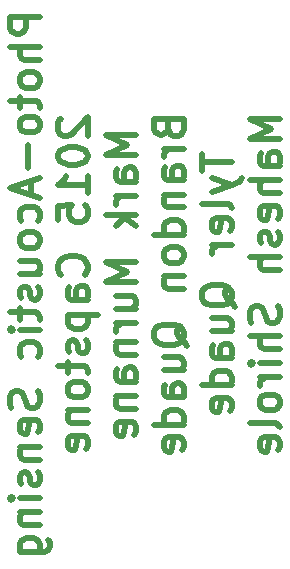
<source format=gbr>
G04 #@! TF.FileFunction,Legend,Bot*
%FSLAX46Y46*%
G04 Gerber Fmt 4.6, Leading zero omitted, Abs format (unit mm)*
G04 Created by KiCad (PCBNEW (after 2015-mar-04 BZR unknown)-product) date Mon 16 Nov 2015 02:55:06 AM EST*
%MOMM*%
G01*
G04 APERTURE LIST*
%ADD10C,0.100000*%
%ADD11C,0.508000*%
G04 APERTURE END LIST*
D10*
D11*
X86239048Y-109401429D02*
X83699048Y-109401429D01*
X83699048Y-110369048D01*
X83820000Y-110610953D01*
X83940952Y-110731905D01*
X84182857Y-110852857D01*
X84545714Y-110852857D01*
X84787619Y-110731905D01*
X84908571Y-110610953D01*
X85029524Y-110369048D01*
X85029524Y-109401429D01*
X86239048Y-111941429D02*
X83699048Y-111941429D01*
X86239048Y-113030000D02*
X84908571Y-113030000D01*
X84666667Y-112909048D01*
X84545714Y-112667143D01*
X84545714Y-112304286D01*
X84666667Y-112062381D01*
X84787619Y-111941429D01*
X86239048Y-114602381D02*
X86118095Y-114360476D01*
X85997143Y-114239524D01*
X85755238Y-114118572D01*
X85029524Y-114118572D01*
X84787619Y-114239524D01*
X84666667Y-114360476D01*
X84545714Y-114602381D01*
X84545714Y-114965238D01*
X84666667Y-115207143D01*
X84787619Y-115328095D01*
X85029524Y-115449048D01*
X85755238Y-115449048D01*
X85997143Y-115328095D01*
X86118095Y-115207143D01*
X86239048Y-114965238D01*
X86239048Y-114602381D01*
X84545714Y-116174762D02*
X84545714Y-117142381D01*
X83699048Y-116537619D02*
X85876190Y-116537619D01*
X86118095Y-116658571D01*
X86239048Y-116900476D01*
X86239048Y-117142381D01*
X86239048Y-118351905D02*
X86118095Y-118110000D01*
X85997143Y-117989048D01*
X85755238Y-117868096D01*
X85029524Y-117868096D01*
X84787619Y-117989048D01*
X84666667Y-118110000D01*
X84545714Y-118351905D01*
X84545714Y-118714762D01*
X84666667Y-118956667D01*
X84787619Y-119077619D01*
X85029524Y-119198572D01*
X85755238Y-119198572D01*
X85997143Y-119077619D01*
X86118095Y-118956667D01*
X86239048Y-118714762D01*
X86239048Y-118351905D01*
X85271429Y-120287143D02*
X85271429Y-122222381D01*
X85513333Y-123310953D02*
X85513333Y-124520476D01*
X86239048Y-123069048D02*
X83699048Y-123915714D01*
X86239048Y-124762381D01*
X86118095Y-126697619D02*
X86239048Y-126455715D01*
X86239048Y-125971905D01*
X86118095Y-125730000D01*
X85997143Y-125609048D01*
X85755238Y-125488096D01*
X85029524Y-125488096D01*
X84787619Y-125609048D01*
X84666667Y-125730000D01*
X84545714Y-125971905D01*
X84545714Y-126455715D01*
X84666667Y-126697619D01*
X86239048Y-128149048D02*
X86118095Y-127907143D01*
X85997143Y-127786191D01*
X85755238Y-127665239D01*
X85029524Y-127665239D01*
X84787619Y-127786191D01*
X84666667Y-127907143D01*
X84545714Y-128149048D01*
X84545714Y-128511905D01*
X84666667Y-128753810D01*
X84787619Y-128874762D01*
X85029524Y-128995715D01*
X85755238Y-128995715D01*
X85997143Y-128874762D01*
X86118095Y-128753810D01*
X86239048Y-128511905D01*
X86239048Y-128149048D01*
X84545714Y-131172857D02*
X86239048Y-131172857D01*
X84545714Y-130084286D02*
X85876190Y-130084286D01*
X86118095Y-130205238D01*
X86239048Y-130447143D01*
X86239048Y-130810000D01*
X86118095Y-131051905D01*
X85997143Y-131172857D01*
X86118095Y-132261429D02*
X86239048Y-132503333D01*
X86239048Y-132987143D01*
X86118095Y-133229048D01*
X85876190Y-133350000D01*
X85755238Y-133350000D01*
X85513333Y-133229048D01*
X85392381Y-132987143D01*
X85392381Y-132624286D01*
X85271429Y-132382381D01*
X85029524Y-132261429D01*
X84908571Y-132261429D01*
X84666667Y-132382381D01*
X84545714Y-132624286D01*
X84545714Y-132987143D01*
X84666667Y-133229048D01*
X84545714Y-134075714D02*
X84545714Y-135043333D01*
X83699048Y-134438571D02*
X85876190Y-134438571D01*
X86118095Y-134559523D01*
X86239048Y-134801428D01*
X86239048Y-135043333D01*
X86239048Y-135890000D02*
X84545714Y-135890000D01*
X83699048Y-135890000D02*
X83820000Y-135769048D01*
X83940952Y-135890000D01*
X83820000Y-136010952D01*
X83699048Y-135890000D01*
X83940952Y-135890000D01*
X86118095Y-138188095D02*
X86239048Y-137946191D01*
X86239048Y-137462381D01*
X86118095Y-137220476D01*
X85997143Y-137099524D01*
X85755238Y-136978572D01*
X85029524Y-136978572D01*
X84787619Y-137099524D01*
X84666667Y-137220476D01*
X84545714Y-137462381D01*
X84545714Y-137946191D01*
X84666667Y-138188095D01*
X86118095Y-141090953D02*
X86239048Y-141453810D01*
X86239048Y-142058572D01*
X86118095Y-142300476D01*
X85997143Y-142421429D01*
X85755238Y-142542381D01*
X85513333Y-142542381D01*
X85271429Y-142421429D01*
X85150476Y-142300476D01*
X85029524Y-142058572D01*
X84908571Y-141574762D01*
X84787619Y-141332857D01*
X84666667Y-141211905D01*
X84424762Y-141090953D01*
X84182857Y-141090953D01*
X83940952Y-141211905D01*
X83820000Y-141332857D01*
X83699048Y-141574762D01*
X83699048Y-142179524D01*
X83820000Y-142542381D01*
X86118095Y-144598572D02*
X86239048Y-144356667D01*
X86239048Y-143872858D01*
X86118095Y-143630953D01*
X85876190Y-143510001D01*
X84908571Y-143510001D01*
X84666667Y-143630953D01*
X84545714Y-143872858D01*
X84545714Y-144356667D01*
X84666667Y-144598572D01*
X84908571Y-144719524D01*
X85150476Y-144719524D01*
X85392381Y-143510001D01*
X84545714Y-145808096D02*
X86239048Y-145808096D01*
X84787619Y-145808096D02*
X84666667Y-145929048D01*
X84545714Y-146170953D01*
X84545714Y-146533810D01*
X84666667Y-146775715D01*
X84908571Y-146896667D01*
X86239048Y-146896667D01*
X86118095Y-147985239D02*
X86239048Y-148227143D01*
X86239048Y-148710953D01*
X86118095Y-148952858D01*
X85876190Y-149073810D01*
X85755238Y-149073810D01*
X85513333Y-148952858D01*
X85392381Y-148710953D01*
X85392381Y-148348096D01*
X85271429Y-148106191D01*
X85029524Y-147985239D01*
X84908571Y-147985239D01*
X84666667Y-148106191D01*
X84545714Y-148348096D01*
X84545714Y-148710953D01*
X84666667Y-148952858D01*
X86239048Y-150162381D02*
X84545714Y-150162381D01*
X83699048Y-150162381D02*
X83820000Y-150041429D01*
X83940952Y-150162381D01*
X83820000Y-150283333D01*
X83699048Y-150162381D01*
X83940952Y-150162381D01*
X84545714Y-151371905D02*
X86239048Y-151371905D01*
X84787619Y-151371905D02*
X84666667Y-151492857D01*
X84545714Y-151734762D01*
X84545714Y-152097619D01*
X84666667Y-152339524D01*
X84908571Y-152460476D01*
X86239048Y-152460476D01*
X84545714Y-154758571D02*
X86601905Y-154758571D01*
X86843810Y-154637619D01*
X86964762Y-154516667D01*
X87085714Y-154274762D01*
X87085714Y-153911905D01*
X86964762Y-153670000D01*
X86118095Y-154758571D02*
X86239048Y-154516667D01*
X86239048Y-154032857D01*
X86118095Y-153790952D01*
X85997143Y-153670000D01*
X85755238Y-153549048D01*
X85029524Y-153549048D01*
X84787619Y-153670000D01*
X84666667Y-153790952D01*
X84545714Y-154032857D01*
X84545714Y-154516667D01*
X84666667Y-154758571D01*
X88004952Y-118049524D02*
X87884000Y-118170476D01*
X87763048Y-118412381D01*
X87763048Y-119017143D01*
X87884000Y-119259047D01*
X88004952Y-119380000D01*
X88246857Y-119500952D01*
X88488762Y-119500952D01*
X88851619Y-119380000D01*
X90303048Y-117928571D01*
X90303048Y-119500952D01*
X87763048Y-121073333D02*
X87763048Y-121315238D01*
X87884000Y-121557143D01*
X88004952Y-121678095D01*
X88246857Y-121799048D01*
X88730667Y-121920000D01*
X89335429Y-121920000D01*
X89819238Y-121799048D01*
X90061143Y-121678095D01*
X90182095Y-121557143D01*
X90303048Y-121315238D01*
X90303048Y-121073333D01*
X90182095Y-120831429D01*
X90061143Y-120710476D01*
X89819238Y-120589524D01*
X89335429Y-120468572D01*
X88730667Y-120468572D01*
X88246857Y-120589524D01*
X88004952Y-120710476D01*
X87884000Y-120831429D01*
X87763048Y-121073333D01*
X90303048Y-124339048D02*
X90303048Y-122887620D01*
X90303048Y-123613334D02*
X87763048Y-123613334D01*
X88125905Y-123371429D01*
X88367810Y-123129524D01*
X88488762Y-122887620D01*
X87763048Y-126637144D02*
X87763048Y-125427620D01*
X88972571Y-125306668D01*
X88851619Y-125427620D01*
X88730667Y-125669525D01*
X88730667Y-126274287D01*
X88851619Y-126516191D01*
X88972571Y-126637144D01*
X89214476Y-126758096D01*
X89819238Y-126758096D01*
X90061143Y-126637144D01*
X90182095Y-126516191D01*
X90303048Y-126274287D01*
X90303048Y-125669525D01*
X90182095Y-125427620D01*
X90061143Y-125306668D01*
X90061143Y-131233334D02*
X90182095Y-131112382D01*
X90303048Y-130749525D01*
X90303048Y-130507620D01*
X90182095Y-130144763D01*
X89940190Y-129902858D01*
X89698286Y-129781906D01*
X89214476Y-129660954D01*
X88851619Y-129660954D01*
X88367810Y-129781906D01*
X88125905Y-129902858D01*
X87884000Y-130144763D01*
X87763048Y-130507620D01*
X87763048Y-130749525D01*
X87884000Y-131112382D01*
X88004952Y-131233334D01*
X90303048Y-133410477D02*
X88972571Y-133410477D01*
X88730667Y-133289525D01*
X88609714Y-133047620D01*
X88609714Y-132563811D01*
X88730667Y-132321906D01*
X90182095Y-133410477D02*
X90303048Y-133168573D01*
X90303048Y-132563811D01*
X90182095Y-132321906D01*
X89940190Y-132200954D01*
X89698286Y-132200954D01*
X89456381Y-132321906D01*
X89335429Y-132563811D01*
X89335429Y-133168573D01*
X89214476Y-133410477D01*
X88609714Y-134620001D02*
X91149714Y-134620001D01*
X88730667Y-134620001D02*
X88609714Y-134861906D01*
X88609714Y-135345715D01*
X88730667Y-135587620D01*
X88851619Y-135708572D01*
X89093524Y-135829525D01*
X89819238Y-135829525D01*
X90061143Y-135708572D01*
X90182095Y-135587620D01*
X90303048Y-135345715D01*
X90303048Y-134861906D01*
X90182095Y-134620001D01*
X90182095Y-136797144D02*
X90303048Y-137039048D01*
X90303048Y-137522858D01*
X90182095Y-137764763D01*
X89940190Y-137885715D01*
X89819238Y-137885715D01*
X89577333Y-137764763D01*
X89456381Y-137522858D01*
X89456381Y-137160001D01*
X89335429Y-136918096D01*
X89093524Y-136797144D01*
X88972571Y-136797144D01*
X88730667Y-136918096D01*
X88609714Y-137160001D01*
X88609714Y-137522858D01*
X88730667Y-137764763D01*
X88609714Y-138611429D02*
X88609714Y-139579048D01*
X87763048Y-138974286D02*
X89940190Y-138974286D01*
X90182095Y-139095238D01*
X90303048Y-139337143D01*
X90303048Y-139579048D01*
X90303048Y-140788572D02*
X90182095Y-140546667D01*
X90061143Y-140425715D01*
X89819238Y-140304763D01*
X89093524Y-140304763D01*
X88851619Y-140425715D01*
X88730667Y-140546667D01*
X88609714Y-140788572D01*
X88609714Y-141151429D01*
X88730667Y-141393334D01*
X88851619Y-141514286D01*
X89093524Y-141635239D01*
X89819238Y-141635239D01*
X90061143Y-141514286D01*
X90182095Y-141393334D01*
X90303048Y-141151429D01*
X90303048Y-140788572D01*
X88609714Y-142723810D02*
X90303048Y-142723810D01*
X88851619Y-142723810D02*
X88730667Y-142844762D01*
X88609714Y-143086667D01*
X88609714Y-143449524D01*
X88730667Y-143691429D01*
X88972571Y-143812381D01*
X90303048Y-143812381D01*
X90182095Y-145989524D02*
X90303048Y-145747619D01*
X90303048Y-145263810D01*
X90182095Y-145021905D01*
X89940190Y-144900953D01*
X88972571Y-144900953D01*
X88730667Y-145021905D01*
X88609714Y-145263810D01*
X88609714Y-145747619D01*
X88730667Y-145989524D01*
X88972571Y-146110476D01*
X89214476Y-146110476D01*
X89456381Y-144900953D01*
X94367048Y-119380001D02*
X91827048Y-119380001D01*
X93641333Y-120226668D01*
X91827048Y-121073334D01*
X94367048Y-121073334D01*
X94367048Y-123371429D02*
X93036571Y-123371429D01*
X92794667Y-123250477D01*
X92673714Y-123008572D01*
X92673714Y-122524763D01*
X92794667Y-122282858D01*
X94246095Y-123371429D02*
X94367048Y-123129525D01*
X94367048Y-122524763D01*
X94246095Y-122282858D01*
X94004190Y-122161906D01*
X93762286Y-122161906D01*
X93520381Y-122282858D01*
X93399429Y-122524763D01*
X93399429Y-123129525D01*
X93278476Y-123371429D01*
X94367048Y-124580953D02*
X92673714Y-124580953D01*
X93157524Y-124580953D02*
X92915619Y-124701905D01*
X92794667Y-124822858D01*
X92673714Y-125064762D01*
X92673714Y-125306667D01*
X94367048Y-126153334D02*
X91827048Y-126153334D01*
X93399429Y-126395239D02*
X94367048Y-127120953D01*
X92673714Y-127120953D02*
X93641333Y-126153334D01*
X94367048Y-130144762D02*
X91827048Y-130144762D01*
X93641333Y-130991429D01*
X91827048Y-131838095D01*
X94367048Y-131838095D01*
X92673714Y-134136190D02*
X94367048Y-134136190D01*
X92673714Y-133047619D02*
X94004190Y-133047619D01*
X94246095Y-133168571D01*
X94367048Y-133410476D01*
X94367048Y-133773333D01*
X94246095Y-134015238D01*
X94125143Y-134136190D01*
X94367048Y-135345714D02*
X92673714Y-135345714D01*
X93157524Y-135345714D02*
X92915619Y-135466666D01*
X92794667Y-135587619D01*
X92673714Y-135829523D01*
X92673714Y-136071428D01*
X92673714Y-136918095D02*
X94367048Y-136918095D01*
X92915619Y-136918095D02*
X92794667Y-137039047D01*
X92673714Y-137280952D01*
X92673714Y-137643809D01*
X92794667Y-137885714D01*
X93036571Y-138006666D01*
X94367048Y-138006666D01*
X94367048Y-140304761D02*
X93036571Y-140304761D01*
X92794667Y-140183809D01*
X92673714Y-139941904D01*
X92673714Y-139458095D01*
X92794667Y-139216190D01*
X94246095Y-140304761D02*
X94367048Y-140062857D01*
X94367048Y-139458095D01*
X94246095Y-139216190D01*
X94004190Y-139095238D01*
X93762286Y-139095238D01*
X93520381Y-139216190D01*
X93399429Y-139458095D01*
X93399429Y-140062857D01*
X93278476Y-140304761D01*
X92673714Y-141514285D02*
X94367048Y-141514285D01*
X92915619Y-141514285D02*
X92794667Y-141635237D01*
X92673714Y-141877142D01*
X92673714Y-142239999D01*
X92794667Y-142481904D01*
X93036571Y-142602856D01*
X94367048Y-142602856D01*
X94246095Y-144779999D02*
X94367048Y-144538094D01*
X94367048Y-144054285D01*
X94246095Y-143812380D01*
X94004190Y-143691428D01*
X93036571Y-143691428D01*
X92794667Y-143812380D01*
X92673714Y-144054285D01*
X92673714Y-144538094D01*
X92794667Y-144779999D01*
X93036571Y-144900951D01*
X93278476Y-144900951D01*
X93520381Y-143691428D01*
X97100571Y-118896192D02*
X97221524Y-119259049D01*
X97342476Y-119380001D01*
X97584381Y-119500953D01*
X97947238Y-119500953D01*
X98189143Y-119380001D01*
X98310095Y-119259049D01*
X98431048Y-119017144D01*
X98431048Y-118049525D01*
X95891048Y-118049525D01*
X95891048Y-118896192D01*
X96012000Y-119138096D01*
X96132952Y-119259049D01*
X96374857Y-119380001D01*
X96616762Y-119380001D01*
X96858667Y-119259049D01*
X96979619Y-119138096D01*
X97100571Y-118896192D01*
X97100571Y-118049525D01*
X98431048Y-120589525D02*
X96737714Y-120589525D01*
X97221524Y-120589525D02*
X96979619Y-120710477D01*
X96858667Y-120831430D01*
X96737714Y-121073334D01*
X96737714Y-121315239D01*
X98431048Y-123250477D02*
X97100571Y-123250477D01*
X96858667Y-123129525D01*
X96737714Y-122887620D01*
X96737714Y-122403811D01*
X96858667Y-122161906D01*
X98310095Y-123250477D02*
X98431048Y-123008573D01*
X98431048Y-122403811D01*
X98310095Y-122161906D01*
X98068190Y-122040954D01*
X97826286Y-122040954D01*
X97584381Y-122161906D01*
X97463429Y-122403811D01*
X97463429Y-123008573D01*
X97342476Y-123250477D01*
X96737714Y-124460001D02*
X98431048Y-124460001D01*
X96979619Y-124460001D02*
X96858667Y-124580953D01*
X96737714Y-124822858D01*
X96737714Y-125185715D01*
X96858667Y-125427620D01*
X97100571Y-125548572D01*
X98431048Y-125548572D01*
X98431048Y-127846667D02*
X95891048Y-127846667D01*
X98310095Y-127846667D02*
X98431048Y-127604763D01*
X98431048Y-127120953D01*
X98310095Y-126879048D01*
X98189143Y-126758096D01*
X97947238Y-126637144D01*
X97221524Y-126637144D01*
X96979619Y-126758096D01*
X96858667Y-126879048D01*
X96737714Y-127120953D01*
X96737714Y-127604763D01*
X96858667Y-127846667D01*
X98431048Y-129419048D02*
X98310095Y-129177143D01*
X98189143Y-129056191D01*
X97947238Y-128935239D01*
X97221524Y-128935239D01*
X96979619Y-129056191D01*
X96858667Y-129177143D01*
X96737714Y-129419048D01*
X96737714Y-129781905D01*
X96858667Y-130023810D01*
X96979619Y-130144762D01*
X97221524Y-130265715D01*
X97947238Y-130265715D01*
X98189143Y-130144762D01*
X98310095Y-130023810D01*
X98431048Y-129781905D01*
X98431048Y-129419048D01*
X96737714Y-131354286D02*
X98431048Y-131354286D01*
X96979619Y-131354286D02*
X96858667Y-131475238D01*
X96737714Y-131717143D01*
X96737714Y-132080000D01*
X96858667Y-132321905D01*
X97100571Y-132442857D01*
X98431048Y-132442857D01*
X98672952Y-137280952D02*
X98552000Y-137039047D01*
X98310095Y-136797143D01*
X97947238Y-136434286D01*
X97826286Y-136192381D01*
X97826286Y-135950476D01*
X98431048Y-136071428D02*
X98310095Y-135829524D01*
X98068190Y-135587619D01*
X97584381Y-135466667D01*
X96737714Y-135466667D01*
X96253905Y-135587619D01*
X96012000Y-135829524D01*
X95891048Y-136071428D01*
X95891048Y-136555238D01*
X96012000Y-136797143D01*
X96253905Y-137039047D01*
X96737714Y-137160000D01*
X97584381Y-137160000D01*
X98068190Y-137039047D01*
X98310095Y-136797143D01*
X98431048Y-136555238D01*
X98431048Y-136071428D01*
X96737714Y-139337142D02*
X98431048Y-139337142D01*
X96737714Y-138248571D02*
X98068190Y-138248571D01*
X98310095Y-138369523D01*
X98431048Y-138611428D01*
X98431048Y-138974285D01*
X98310095Y-139216190D01*
X98189143Y-139337142D01*
X98431048Y-141635237D02*
X97100571Y-141635237D01*
X96858667Y-141514285D01*
X96737714Y-141272380D01*
X96737714Y-140788571D01*
X96858667Y-140546666D01*
X98310095Y-141635237D02*
X98431048Y-141393333D01*
X98431048Y-140788571D01*
X98310095Y-140546666D01*
X98068190Y-140425714D01*
X97826286Y-140425714D01*
X97584381Y-140546666D01*
X97463429Y-140788571D01*
X97463429Y-141393333D01*
X97342476Y-141635237D01*
X98431048Y-143933332D02*
X95891048Y-143933332D01*
X98310095Y-143933332D02*
X98431048Y-143691428D01*
X98431048Y-143207618D01*
X98310095Y-142965713D01*
X98189143Y-142844761D01*
X97947238Y-142723809D01*
X97221524Y-142723809D01*
X96979619Y-142844761D01*
X96858667Y-142965713D01*
X96737714Y-143207618D01*
X96737714Y-143691428D01*
X96858667Y-143933332D01*
X98310095Y-146110475D02*
X98431048Y-145868570D01*
X98431048Y-145384761D01*
X98310095Y-145142856D01*
X98068190Y-145021904D01*
X97100571Y-145021904D01*
X96858667Y-145142856D01*
X96737714Y-145384761D01*
X96737714Y-145868570D01*
X96858667Y-146110475D01*
X97100571Y-146231427D01*
X97342476Y-146231427D01*
X97584381Y-145021904D01*
X99955048Y-121012858D02*
X99955048Y-122464286D01*
X102495048Y-121738572D02*
X99955048Y-121738572D01*
X100801714Y-123069048D02*
X102495048Y-123673810D01*
X100801714Y-124278572D02*
X102495048Y-123673810D01*
X103099810Y-123431905D01*
X103220762Y-123310953D01*
X103341714Y-123069048D01*
X102495048Y-125609048D02*
X102374095Y-125367143D01*
X102132190Y-125246191D01*
X99955048Y-125246191D01*
X102374095Y-127544286D02*
X102495048Y-127302381D01*
X102495048Y-126818572D01*
X102374095Y-126576667D01*
X102132190Y-126455715D01*
X101164571Y-126455715D01*
X100922667Y-126576667D01*
X100801714Y-126818572D01*
X100801714Y-127302381D01*
X100922667Y-127544286D01*
X101164571Y-127665238D01*
X101406476Y-127665238D01*
X101648381Y-126455715D01*
X102495048Y-128753810D02*
X100801714Y-128753810D01*
X101285524Y-128753810D02*
X101043619Y-128874762D01*
X100922667Y-128995715D01*
X100801714Y-129237619D01*
X100801714Y-129479524D01*
X102736952Y-133954762D02*
X102616000Y-133712857D01*
X102374095Y-133470953D01*
X102011238Y-133108096D01*
X101890286Y-132866191D01*
X101890286Y-132624286D01*
X102495048Y-132745238D02*
X102374095Y-132503334D01*
X102132190Y-132261429D01*
X101648381Y-132140477D01*
X100801714Y-132140477D01*
X100317905Y-132261429D01*
X100076000Y-132503334D01*
X99955048Y-132745238D01*
X99955048Y-133229048D01*
X100076000Y-133470953D01*
X100317905Y-133712857D01*
X100801714Y-133833810D01*
X101648381Y-133833810D01*
X102132190Y-133712857D01*
X102374095Y-133470953D01*
X102495048Y-133229048D01*
X102495048Y-132745238D01*
X100801714Y-136010952D02*
X102495048Y-136010952D01*
X100801714Y-134922381D02*
X102132190Y-134922381D01*
X102374095Y-135043333D01*
X102495048Y-135285238D01*
X102495048Y-135648095D01*
X102374095Y-135890000D01*
X102253143Y-136010952D01*
X102495048Y-138309047D02*
X101164571Y-138309047D01*
X100922667Y-138188095D01*
X100801714Y-137946190D01*
X100801714Y-137462381D01*
X100922667Y-137220476D01*
X102374095Y-138309047D02*
X102495048Y-138067143D01*
X102495048Y-137462381D01*
X102374095Y-137220476D01*
X102132190Y-137099524D01*
X101890286Y-137099524D01*
X101648381Y-137220476D01*
X101527429Y-137462381D01*
X101527429Y-138067143D01*
X101406476Y-138309047D01*
X102495048Y-140607142D02*
X99955048Y-140607142D01*
X102374095Y-140607142D02*
X102495048Y-140365238D01*
X102495048Y-139881428D01*
X102374095Y-139639523D01*
X102253143Y-139518571D01*
X102011238Y-139397619D01*
X101285524Y-139397619D01*
X101043619Y-139518571D01*
X100922667Y-139639523D01*
X100801714Y-139881428D01*
X100801714Y-140365238D01*
X100922667Y-140607142D01*
X102374095Y-142784285D02*
X102495048Y-142542380D01*
X102495048Y-142058571D01*
X102374095Y-141816666D01*
X102132190Y-141695714D01*
X101164571Y-141695714D01*
X100922667Y-141816666D01*
X100801714Y-142058571D01*
X100801714Y-142542380D01*
X100922667Y-142784285D01*
X101164571Y-142905237D01*
X101406476Y-142905237D01*
X101648381Y-141695714D01*
X106559048Y-118049525D02*
X104019048Y-118049525D01*
X105833333Y-118896192D01*
X104019048Y-119742858D01*
X106559048Y-119742858D01*
X106559048Y-122040953D02*
X105228571Y-122040953D01*
X104986667Y-121920001D01*
X104865714Y-121678096D01*
X104865714Y-121194287D01*
X104986667Y-120952382D01*
X106438095Y-122040953D02*
X106559048Y-121799049D01*
X106559048Y-121194287D01*
X106438095Y-120952382D01*
X106196190Y-120831430D01*
X105954286Y-120831430D01*
X105712381Y-120952382D01*
X105591429Y-121194287D01*
X105591429Y-121799049D01*
X105470476Y-122040953D01*
X106559048Y-123250477D02*
X104019048Y-123250477D01*
X106559048Y-124339048D02*
X105228571Y-124339048D01*
X104986667Y-124218096D01*
X104865714Y-123976191D01*
X104865714Y-123613334D01*
X104986667Y-123371429D01*
X105107619Y-123250477D01*
X106438095Y-126516191D02*
X106559048Y-126274286D01*
X106559048Y-125790477D01*
X106438095Y-125548572D01*
X106196190Y-125427620D01*
X105228571Y-125427620D01*
X104986667Y-125548572D01*
X104865714Y-125790477D01*
X104865714Y-126274286D01*
X104986667Y-126516191D01*
X105228571Y-126637143D01*
X105470476Y-126637143D01*
X105712381Y-125427620D01*
X106438095Y-127604763D02*
X106559048Y-127846667D01*
X106559048Y-128330477D01*
X106438095Y-128572382D01*
X106196190Y-128693334D01*
X106075238Y-128693334D01*
X105833333Y-128572382D01*
X105712381Y-128330477D01*
X105712381Y-127967620D01*
X105591429Y-127725715D01*
X105349524Y-127604763D01*
X105228571Y-127604763D01*
X104986667Y-127725715D01*
X104865714Y-127967620D01*
X104865714Y-128330477D01*
X104986667Y-128572382D01*
X106559048Y-129781905D02*
X104019048Y-129781905D01*
X106559048Y-130870476D02*
X105228571Y-130870476D01*
X104986667Y-130749524D01*
X104865714Y-130507619D01*
X104865714Y-130144762D01*
X104986667Y-129902857D01*
X105107619Y-129781905D01*
X106438095Y-133894286D02*
X106559048Y-134257143D01*
X106559048Y-134861905D01*
X106438095Y-135103809D01*
X106317143Y-135224762D01*
X106075238Y-135345714D01*
X105833333Y-135345714D01*
X105591429Y-135224762D01*
X105470476Y-135103809D01*
X105349524Y-134861905D01*
X105228571Y-134378095D01*
X105107619Y-134136190D01*
X104986667Y-134015238D01*
X104744762Y-133894286D01*
X104502857Y-133894286D01*
X104260952Y-134015238D01*
X104140000Y-134136190D01*
X104019048Y-134378095D01*
X104019048Y-134982857D01*
X104140000Y-135345714D01*
X106559048Y-136434286D02*
X104019048Y-136434286D01*
X106559048Y-137522857D02*
X105228571Y-137522857D01*
X104986667Y-137401905D01*
X104865714Y-137160000D01*
X104865714Y-136797143D01*
X104986667Y-136555238D01*
X105107619Y-136434286D01*
X106559048Y-138732381D02*
X104865714Y-138732381D01*
X104019048Y-138732381D02*
X104140000Y-138611429D01*
X104260952Y-138732381D01*
X104140000Y-138853333D01*
X104019048Y-138732381D01*
X104260952Y-138732381D01*
X106559048Y-139941905D02*
X104865714Y-139941905D01*
X105349524Y-139941905D02*
X105107619Y-140062857D01*
X104986667Y-140183810D01*
X104865714Y-140425714D01*
X104865714Y-140667619D01*
X106559048Y-141877143D02*
X106438095Y-141635238D01*
X106317143Y-141514286D01*
X106075238Y-141393334D01*
X105349524Y-141393334D01*
X105107619Y-141514286D01*
X104986667Y-141635238D01*
X104865714Y-141877143D01*
X104865714Y-142240000D01*
X104986667Y-142481905D01*
X105107619Y-142602857D01*
X105349524Y-142723810D01*
X106075238Y-142723810D01*
X106317143Y-142602857D01*
X106438095Y-142481905D01*
X106559048Y-142240000D01*
X106559048Y-141877143D01*
X106559048Y-144175238D02*
X106438095Y-143933333D01*
X106196190Y-143812381D01*
X104019048Y-143812381D01*
X106438095Y-146110476D02*
X106559048Y-145868571D01*
X106559048Y-145384762D01*
X106438095Y-145142857D01*
X106196190Y-145021905D01*
X105228571Y-145021905D01*
X104986667Y-145142857D01*
X104865714Y-145384762D01*
X104865714Y-145868571D01*
X104986667Y-146110476D01*
X105228571Y-146231428D01*
X105470476Y-146231428D01*
X105712381Y-145021905D01*
M02*

</source>
